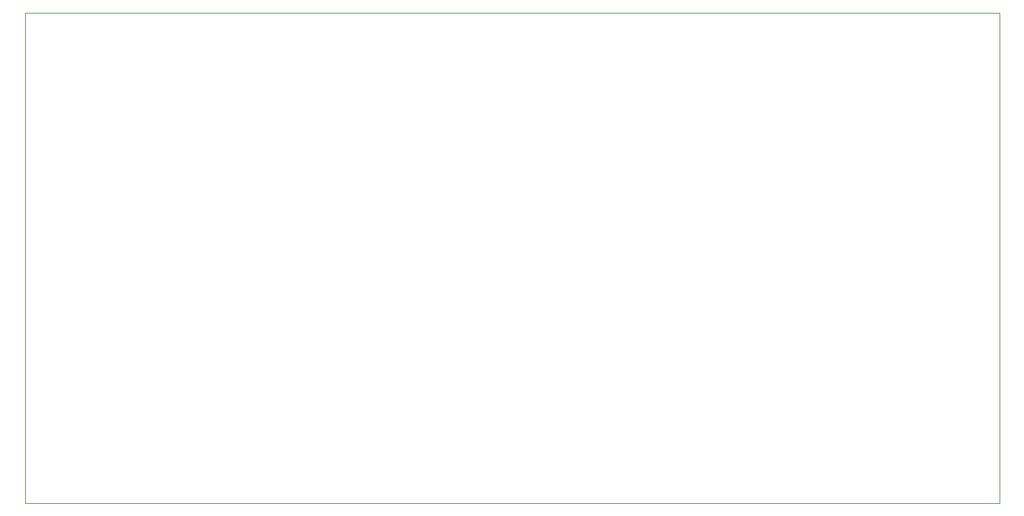
<source format=gbr>
%TF.GenerationSoftware,KiCad,Pcbnew,(6.0.5)*%
%TF.CreationDate,2022-05-15T12:42:04+02:00*%
%TF.ProjectId,pid_controller,7069645f-636f-46e7-9472-6f6c6c65722e,1.0*%
%TF.SameCoordinates,Original*%
%TF.FileFunction,Profile,NP*%
%FSLAX46Y46*%
G04 Gerber Fmt 4.6, Leading zero omitted, Abs format (unit mm)*
G04 Created by KiCad (PCBNEW (6.0.5)) date 2022-05-15 12:42:04*
%MOMM*%
%LPD*%
G01*
G04 APERTURE LIST*
%TA.AperFunction,Profile*%
%ADD10C,0.100000*%
%TD*%
G04 APERTURE END LIST*
D10*
X77216000Y-54660800D02*
X198831200Y-54660800D01*
X198831200Y-54660800D02*
X198831200Y-115925600D01*
X198831200Y-115925600D02*
X77216000Y-115925600D01*
X77216000Y-115925600D02*
X77216000Y-54660800D01*
M02*

</source>
